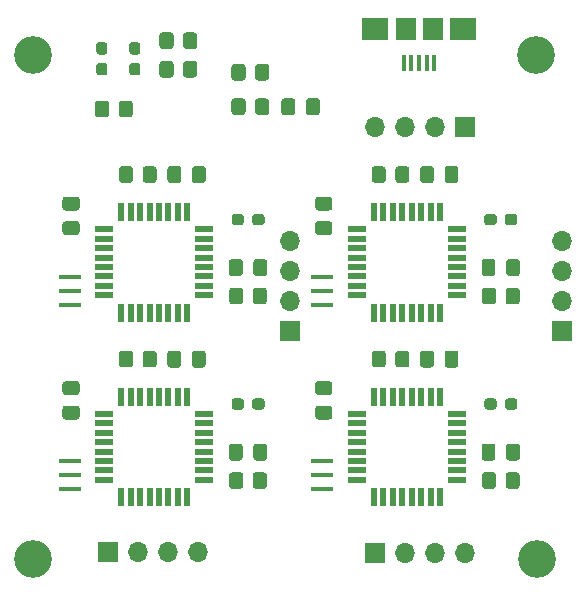
<source format=gbr>
%TF.GenerationSoftware,KiCad,Pcbnew,(5.1.12)-1*%
%TF.CreationDate,2022-03-26T18:35:52+01:00*%
%TF.ProjectId,Duino Coin,4475696e-6f20-4436-9f69-6e2e6b696361,rev?*%
%TF.SameCoordinates,Original*%
%TF.FileFunction,Soldermask,Top*%
%TF.FilePolarity,Negative*%
%FSLAX46Y46*%
G04 Gerber Fmt 4.6, Leading zero omitted, Abs format (unit mm)*
G04 Created by KiCad (PCBNEW (5.1.12)-1) date 2022-03-26 18:35:52*
%MOMM*%
%LPD*%
G01*
G04 APERTURE LIST*
%ADD10O,1.700000X1.700000*%
%ADD11R,1.700000X1.700000*%
%ADD12R,1.800000X1.900000*%
%ADD13R,2.300000X1.900000*%
%ADD14R,0.400000X1.400000*%
%ADD15R,1.500000X0.600000*%
%ADD16R,0.600000X1.500000*%
%ADD17R,1.900000X0.400000*%
%ADD18C,3.200000*%
G04 APERTURE END LIST*
D10*
%TO.C,J2*%
X198450200Y-109423200D03*
X198450200Y-111963200D03*
X198450200Y-114503200D03*
D11*
X198450200Y-117043200D03*
%TD*%
%TO.C,J6*%
X175417480Y-117012720D03*
D10*
X175417480Y-114472720D03*
X175417480Y-111932720D03*
X175417480Y-109392720D03*
%TD*%
%TO.C,J5*%
X167640000Y-135775700D03*
X165100000Y-135775700D03*
X162560000Y-135775700D03*
D11*
X160020000Y-135775700D03*
%TD*%
D10*
%TO.C,J3*%
X190284100Y-135801100D03*
X187744100Y-135801100D03*
X185204100Y-135801100D03*
D11*
X182664100Y-135801100D03*
%TD*%
D12*
%TO.C,J1*%
X185222500Y-91473500D03*
X187522500Y-91473500D03*
D13*
X182622500Y-91473500D03*
X190122500Y-91473500D03*
D14*
X185072500Y-94323500D03*
X185722500Y-94323500D03*
X186372500Y-94323500D03*
X187022500Y-94323500D03*
X187672500Y-94323500D03*
%TD*%
D15*
%TO.C,IC2*%
X181101500Y-124037500D03*
X181101500Y-124837500D03*
X181101500Y-125637500D03*
X181101500Y-126437500D03*
X181101500Y-127237500D03*
X181101500Y-128037500D03*
X181101500Y-128837500D03*
X181101500Y-129637500D03*
D16*
X182551500Y-131087500D03*
X183351500Y-131087500D03*
X184151500Y-131087500D03*
X184951500Y-131087500D03*
X185751500Y-131087500D03*
X186551500Y-131087500D03*
X187351500Y-131087500D03*
X188151500Y-131087500D03*
D15*
X189601500Y-129637500D03*
X189601500Y-128837500D03*
X189601500Y-128037500D03*
X189601500Y-127237500D03*
X189601500Y-126437500D03*
X189601500Y-125637500D03*
X189601500Y-124837500D03*
X189601500Y-124037500D03*
D16*
X188151500Y-122587500D03*
X187351500Y-122587500D03*
X186551500Y-122587500D03*
X185751500Y-122587500D03*
X184951500Y-122587500D03*
X184151500Y-122587500D03*
X183351500Y-122587500D03*
X182551500Y-122587500D03*
%TD*%
D15*
%TO.C,IC1*%
X159702000Y-124037500D03*
X159702000Y-124837500D03*
X159702000Y-125637500D03*
X159702000Y-126437500D03*
X159702000Y-127237500D03*
X159702000Y-128037500D03*
X159702000Y-128837500D03*
X159702000Y-129637500D03*
D16*
X161152000Y-131087500D03*
X161952000Y-131087500D03*
X162752000Y-131087500D03*
X163552000Y-131087500D03*
X164352000Y-131087500D03*
X165152000Y-131087500D03*
X165952000Y-131087500D03*
X166752000Y-131087500D03*
D15*
X168202000Y-129637500D03*
X168202000Y-128837500D03*
X168202000Y-128037500D03*
X168202000Y-127237500D03*
X168202000Y-126437500D03*
X168202000Y-125637500D03*
X168202000Y-124837500D03*
X168202000Y-124037500D03*
D16*
X166752000Y-122587500D03*
X165952000Y-122587500D03*
X165152000Y-122587500D03*
X164352000Y-122587500D03*
X163552000Y-122587500D03*
X162752000Y-122587500D03*
X161952000Y-122587500D03*
X161152000Y-122587500D03*
%TD*%
D15*
%TO.C,IC4*%
X181101500Y-108416500D03*
X181101500Y-109216500D03*
X181101500Y-110016500D03*
X181101500Y-110816500D03*
X181101500Y-111616500D03*
X181101500Y-112416500D03*
X181101500Y-113216500D03*
X181101500Y-114016500D03*
D16*
X182551500Y-115466500D03*
X183351500Y-115466500D03*
X184151500Y-115466500D03*
X184951500Y-115466500D03*
X185751500Y-115466500D03*
X186551500Y-115466500D03*
X187351500Y-115466500D03*
X188151500Y-115466500D03*
D15*
X189601500Y-114016500D03*
X189601500Y-113216500D03*
X189601500Y-112416500D03*
X189601500Y-111616500D03*
X189601500Y-110816500D03*
X189601500Y-110016500D03*
X189601500Y-109216500D03*
X189601500Y-108416500D03*
D16*
X188151500Y-106966500D03*
X187351500Y-106966500D03*
X186551500Y-106966500D03*
X185751500Y-106966500D03*
X184951500Y-106966500D03*
X184151500Y-106966500D03*
X183351500Y-106966500D03*
X182551500Y-106966500D03*
%TD*%
D15*
%TO.C,IC3*%
X159702000Y-108416500D03*
X159702000Y-109216500D03*
X159702000Y-110016500D03*
X159702000Y-110816500D03*
X159702000Y-111616500D03*
X159702000Y-112416500D03*
X159702000Y-113216500D03*
X159702000Y-114016500D03*
D16*
X161152000Y-115466500D03*
X161952000Y-115466500D03*
X162752000Y-115466500D03*
X163552000Y-115466500D03*
X164352000Y-115466500D03*
X165152000Y-115466500D03*
X165952000Y-115466500D03*
X166752000Y-115466500D03*
D15*
X168202000Y-114016500D03*
X168202000Y-113216500D03*
X168202000Y-112416500D03*
X168202000Y-111616500D03*
X168202000Y-110816500D03*
X168202000Y-110016500D03*
X168202000Y-109216500D03*
X168202000Y-108416500D03*
D16*
X166752000Y-106966500D03*
X165952000Y-106966500D03*
X165152000Y-106966500D03*
X164352000Y-106966500D03*
X163552000Y-106966500D03*
X162752000Y-106966500D03*
X161952000Y-106966500D03*
X161152000Y-106966500D03*
%TD*%
D17*
%TO.C,Y4*%
X178176000Y-113629500D03*
X178176000Y-112429500D03*
X178176000Y-114829500D03*
%TD*%
%TO.C,Y3*%
X156776500Y-113629500D03*
X156776500Y-112429500D03*
X156776500Y-114829500D03*
%TD*%
%TO.C,Y2*%
X178176000Y-129250500D03*
X178176000Y-128050500D03*
X178176000Y-130450500D03*
%TD*%
%TO.C,Y1*%
X156776500Y-129250500D03*
X156776500Y-128050500D03*
X156776500Y-130450500D03*
%TD*%
D11*
%TO.C,J4*%
X190296800Y-99771200D03*
D10*
X187756800Y-99771200D03*
X185216800Y-99771200D03*
X182676800Y-99771200D03*
%TD*%
D18*
%TO.C,H4*%
X196278500Y-93662500D03*
%TD*%
%TO.C,H3*%
X153670000Y-93662500D03*
%TD*%
%TO.C,H2*%
X153670000Y-136334500D03*
%TD*%
%TO.C,H1*%
X196342000Y-136334500D03*
%TD*%
%TO.C,R30*%
G36*
G01*
X160928000Y-98684501D02*
X160928000Y-97784499D01*
G75*
G02*
X161177999Y-97534500I249999J0D01*
G01*
X161878001Y-97534500D01*
G75*
G02*
X162128000Y-97784499I0J-249999D01*
G01*
X162128000Y-98684501D01*
G75*
G02*
X161878001Y-98934500I-249999J0D01*
G01*
X161177999Y-98934500D01*
G75*
G02*
X160928000Y-98684501I0J249999D01*
G01*
G37*
G36*
G01*
X158928000Y-98684501D02*
X158928000Y-97784499D01*
G75*
G02*
X159177999Y-97534500I249999J0D01*
G01*
X159878001Y-97534500D01*
G75*
G02*
X160128000Y-97784499I0J-249999D01*
G01*
X160128000Y-98684501D01*
G75*
G02*
X159878001Y-98934500I-249999J0D01*
G01*
X159177999Y-98934500D01*
G75*
G02*
X158928000Y-98684501I0J249999D01*
G01*
G37*
%TD*%
%TO.C,R28*%
G36*
G01*
X166389000Y-92906001D02*
X166389000Y-92005999D01*
G75*
G02*
X166638999Y-91756000I249999J0D01*
G01*
X167339001Y-91756000D01*
G75*
G02*
X167589000Y-92005999I0J-249999D01*
G01*
X167589000Y-92906001D01*
G75*
G02*
X167339001Y-93156000I-249999J0D01*
G01*
X166638999Y-93156000D01*
G75*
G02*
X166389000Y-92906001I0J249999D01*
G01*
G37*
G36*
G01*
X164389000Y-92906001D02*
X164389000Y-92005999D01*
G75*
G02*
X164638999Y-91756000I249999J0D01*
G01*
X165339001Y-91756000D01*
G75*
G02*
X165589000Y-92005999I0J-249999D01*
G01*
X165589000Y-92906001D01*
G75*
G02*
X165339001Y-93156000I-249999J0D01*
G01*
X164638999Y-93156000D01*
G75*
G02*
X164389000Y-92906001I0J249999D01*
G01*
G37*
%TD*%
%TO.C,R27*%
G36*
G01*
X166389000Y-95319001D02*
X166389000Y-94418999D01*
G75*
G02*
X166638999Y-94169000I249999J0D01*
G01*
X167339001Y-94169000D01*
G75*
G02*
X167589000Y-94418999I0J-249999D01*
G01*
X167589000Y-95319001D01*
G75*
G02*
X167339001Y-95569000I-249999J0D01*
G01*
X166638999Y-95569000D01*
G75*
G02*
X166389000Y-95319001I0J249999D01*
G01*
G37*
G36*
G01*
X164389000Y-95319001D02*
X164389000Y-94418999D01*
G75*
G02*
X164638999Y-94169000I249999J0D01*
G01*
X165339001Y-94169000D01*
G75*
G02*
X165589000Y-94418999I0J-249999D01*
G01*
X165589000Y-95319001D01*
G75*
G02*
X165339001Y-95569000I-249999J0D01*
G01*
X164638999Y-95569000D01*
G75*
G02*
X164389000Y-95319001I0J249999D01*
G01*
G37*
%TD*%
%TO.C,R26*%
G36*
G01*
X172485000Y-98494001D02*
X172485000Y-97593999D01*
G75*
G02*
X172734999Y-97344000I249999J0D01*
G01*
X173435001Y-97344000D01*
G75*
G02*
X173685000Y-97593999I0J-249999D01*
G01*
X173685000Y-98494001D01*
G75*
G02*
X173435001Y-98744000I-249999J0D01*
G01*
X172734999Y-98744000D01*
G75*
G02*
X172485000Y-98494001I0J249999D01*
G01*
G37*
G36*
G01*
X170485000Y-98494001D02*
X170485000Y-97593999D01*
G75*
G02*
X170734999Y-97344000I249999J0D01*
G01*
X171435001Y-97344000D01*
G75*
G02*
X171685000Y-97593999I0J-249999D01*
G01*
X171685000Y-98494001D01*
G75*
G02*
X171435001Y-98744000I-249999J0D01*
G01*
X170734999Y-98744000D01*
G75*
G02*
X170485000Y-98494001I0J249999D01*
G01*
G37*
%TD*%
%TO.C,R25*%
G36*
G01*
X171685000Y-94672999D02*
X171685000Y-95573001D01*
G75*
G02*
X171435001Y-95823000I-249999J0D01*
G01*
X170734999Y-95823000D01*
G75*
G02*
X170485000Y-95573001I0J249999D01*
G01*
X170485000Y-94672999D01*
G75*
G02*
X170734999Y-94423000I249999J0D01*
G01*
X171435001Y-94423000D01*
G75*
G02*
X171685000Y-94672999I0J-249999D01*
G01*
G37*
G36*
G01*
X173685000Y-94672999D02*
X173685000Y-95573001D01*
G75*
G02*
X173435001Y-95823000I-249999J0D01*
G01*
X172734999Y-95823000D01*
G75*
G02*
X172485000Y-95573001I0J249999D01*
G01*
X172485000Y-94672999D01*
G75*
G02*
X172734999Y-94423000I249999J0D01*
G01*
X173435001Y-94423000D01*
G75*
G02*
X173685000Y-94672999I0J-249999D01*
G01*
G37*
%TD*%
%TO.C,R24*%
G36*
G01*
X192889000Y-113623999D02*
X192889000Y-114524001D01*
G75*
G02*
X192639001Y-114774000I-249999J0D01*
G01*
X191938999Y-114774000D01*
G75*
G02*
X191689000Y-114524001I0J249999D01*
G01*
X191689000Y-113623999D01*
G75*
G02*
X191938999Y-113374000I249999J0D01*
G01*
X192639001Y-113374000D01*
G75*
G02*
X192889000Y-113623999I0J-249999D01*
G01*
G37*
G36*
G01*
X194889000Y-113623999D02*
X194889000Y-114524001D01*
G75*
G02*
X194639001Y-114774000I-249999J0D01*
G01*
X193938999Y-114774000D01*
G75*
G02*
X193689000Y-114524001I0J249999D01*
G01*
X193689000Y-113623999D01*
G75*
G02*
X193938999Y-113374000I249999J0D01*
G01*
X194639001Y-113374000D01*
G75*
G02*
X194889000Y-113623999I0J-249999D01*
G01*
G37*
%TD*%
%TO.C,R23*%
G36*
G01*
X171489500Y-113623999D02*
X171489500Y-114524001D01*
G75*
G02*
X171239501Y-114774000I-249999J0D01*
G01*
X170539499Y-114774000D01*
G75*
G02*
X170289500Y-114524001I0J249999D01*
G01*
X170289500Y-113623999D01*
G75*
G02*
X170539499Y-113374000I249999J0D01*
G01*
X171239501Y-113374000D01*
G75*
G02*
X171489500Y-113623999I0J-249999D01*
G01*
G37*
G36*
G01*
X173489500Y-113623999D02*
X173489500Y-114524001D01*
G75*
G02*
X173239501Y-114774000I-249999J0D01*
G01*
X172539499Y-114774000D01*
G75*
G02*
X172289500Y-114524001I0J249999D01*
G01*
X172289500Y-113623999D01*
G75*
G02*
X172539499Y-113374000I249999J0D01*
G01*
X173239501Y-113374000D01*
G75*
G02*
X173489500Y-113623999I0J-249999D01*
G01*
G37*
%TD*%
%TO.C,R22*%
G36*
G01*
X192889000Y-129244999D02*
X192889000Y-130145001D01*
G75*
G02*
X192639001Y-130395000I-249999J0D01*
G01*
X191938999Y-130395000D01*
G75*
G02*
X191689000Y-130145001I0J249999D01*
G01*
X191689000Y-129244999D01*
G75*
G02*
X191938999Y-128995000I249999J0D01*
G01*
X192639001Y-128995000D01*
G75*
G02*
X192889000Y-129244999I0J-249999D01*
G01*
G37*
G36*
G01*
X194889000Y-129244999D02*
X194889000Y-130145001D01*
G75*
G02*
X194639001Y-130395000I-249999J0D01*
G01*
X193938999Y-130395000D01*
G75*
G02*
X193689000Y-130145001I0J249999D01*
G01*
X193689000Y-129244999D01*
G75*
G02*
X193938999Y-128995000I249999J0D01*
G01*
X194639001Y-128995000D01*
G75*
G02*
X194889000Y-129244999I0J-249999D01*
G01*
G37*
%TD*%
%TO.C,R21*%
G36*
G01*
X171489500Y-129244999D02*
X171489500Y-130145001D01*
G75*
G02*
X171239501Y-130395000I-249999J0D01*
G01*
X170539499Y-130395000D01*
G75*
G02*
X170289500Y-130145001I0J249999D01*
G01*
X170289500Y-129244999D01*
G75*
G02*
X170539499Y-128995000I249999J0D01*
G01*
X171239501Y-128995000D01*
G75*
G02*
X171489500Y-129244999I0J-249999D01*
G01*
G37*
G36*
G01*
X173489500Y-129244999D02*
X173489500Y-130145001D01*
G75*
G02*
X173239501Y-130395000I-249999J0D01*
G01*
X172539499Y-130395000D01*
G75*
G02*
X172289500Y-130145001I0J249999D01*
G01*
X172289500Y-129244999D01*
G75*
G02*
X172539499Y-128995000I249999J0D01*
G01*
X173239501Y-128995000D01*
G75*
G02*
X173489500Y-129244999I0J-249999D01*
G01*
G37*
%TD*%
%TO.C,R20*%
G36*
G01*
X182354500Y-104237001D02*
X182354500Y-103336999D01*
G75*
G02*
X182604499Y-103087000I249999J0D01*
G01*
X183304501Y-103087000D01*
G75*
G02*
X183554500Y-103336999I0J-249999D01*
G01*
X183554500Y-104237001D01*
G75*
G02*
X183304501Y-104487000I-249999J0D01*
G01*
X182604499Y-104487000D01*
G75*
G02*
X182354500Y-104237001I0J249999D01*
G01*
G37*
G36*
G01*
X184354500Y-104237001D02*
X184354500Y-103336999D01*
G75*
G02*
X184604499Y-103087000I249999J0D01*
G01*
X185304501Y-103087000D01*
G75*
G02*
X185554500Y-103336999I0J-249999D01*
G01*
X185554500Y-104237001D01*
G75*
G02*
X185304501Y-104487000I-249999J0D01*
G01*
X184604499Y-104487000D01*
G75*
G02*
X184354500Y-104237001I0J249999D01*
G01*
G37*
%TD*%
%TO.C,R19*%
G36*
G01*
X160955000Y-104237001D02*
X160955000Y-103336999D01*
G75*
G02*
X161204999Y-103087000I249999J0D01*
G01*
X161905001Y-103087000D01*
G75*
G02*
X162155000Y-103336999I0J-249999D01*
G01*
X162155000Y-104237001D01*
G75*
G02*
X161905001Y-104487000I-249999J0D01*
G01*
X161204999Y-104487000D01*
G75*
G02*
X160955000Y-104237001I0J249999D01*
G01*
G37*
G36*
G01*
X162955000Y-104237001D02*
X162955000Y-103336999D01*
G75*
G02*
X163204999Y-103087000I249999J0D01*
G01*
X163905001Y-103087000D01*
G75*
G02*
X164155000Y-103336999I0J-249999D01*
G01*
X164155000Y-104237001D01*
G75*
G02*
X163905001Y-104487000I-249999J0D01*
G01*
X163204999Y-104487000D01*
G75*
G02*
X162955000Y-104237001I0J249999D01*
G01*
G37*
%TD*%
%TO.C,R18*%
G36*
G01*
X182354500Y-119858001D02*
X182354500Y-118957999D01*
G75*
G02*
X182604499Y-118708000I249999J0D01*
G01*
X183304501Y-118708000D01*
G75*
G02*
X183554500Y-118957999I0J-249999D01*
G01*
X183554500Y-119858001D01*
G75*
G02*
X183304501Y-120108000I-249999J0D01*
G01*
X182604499Y-120108000D01*
G75*
G02*
X182354500Y-119858001I0J249999D01*
G01*
G37*
G36*
G01*
X184354500Y-119858001D02*
X184354500Y-118957999D01*
G75*
G02*
X184604499Y-118708000I249999J0D01*
G01*
X185304501Y-118708000D01*
G75*
G02*
X185554500Y-118957999I0J-249999D01*
G01*
X185554500Y-119858001D01*
G75*
G02*
X185304501Y-120108000I-249999J0D01*
G01*
X184604499Y-120108000D01*
G75*
G02*
X184354500Y-119858001I0J249999D01*
G01*
G37*
%TD*%
%TO.C,R17*%
G36*
G01*
X160955000Y-119858001D02*
X160955000Y-118957999D01*
G75*
G02*
X161204999Y-118708000I249999J0D01*
G01*
X161905001Y-118708000D01*
G75*
G02*
X162155000Y-118957999I0J-249999D01*
G01*
X162155000Y-119858001D01*
G75*
G02*
X161905001Y-120108000I-249999J0D01*
G01*
X161204999Y-120108000D01*
G75*
G02*
X160955000Y-119858001I0J249999D01*
G01*
G37*
G36*
G01*
X162955000Y-119858001D02*
X162955000Y-118957999D01*
G75*
G02*
X163204999Y-118708000I249999J0D01*
G01*
X163905001Y-118708000D01*
G75*
G02*
X164155000Y-118957999I0J-249999D01*
G01*
X164155000Y-119858001D01*
G75*
G02*
X163905001Y-120108000I-249999J0D01*
G01*
X163204999Y-120108000D01*
G75*
G02*
X162955000Y-119858001I0J249999D01*
G01*
G37*
%TD*%
%TO.C,D17*%
G36*
G01*
X159749500Y-93630000D02*
X159274500Y-93630000D01*
G75*
G02*
X159037000Y-93392500I0J237500D01*
G01*
X159037000Y-92817500D01*
G75*
G02*
X159274500Y-92580000I237500J0D01*
G01*
X159749500Y-92580000D01*
G75*
G02*
X159987000Y-92817500I0J-237500D01*
G01*
X159987000Y-93392500D01*
G75*
G02*
X159749500Y-93630000I-237500J0D01*
G01*
G37*
G36*
G01*
X159749500Y-95380000D02*
X159274500Y-95380000D01*
G75*
G02*
X159037000Y-95142500I0J237500D01*
G01*
X159037000Y-94567500D01*
G75*
G02*
X159274500Y-94330000I237500J0D01*
G01*
X159749500Y-94330000D01*
G75*
G02*
X159987000Y-94567500I0J-237500D01*
G01*
X159987000Y-95142500D01*
G75*
G02*
X159749500Y-95380000I-237500J0D01*
G01*
G37*
%TD*%
%TO.C,D13*%
G36*
G01*
X162543500Y-93630000D02*
X162068500Y-93630000D01*
G75*
G02*
X161831000Y-93392500I0J237500D01*
G01*
X161831000Y-92817500D01*
G75*
G02*
X162068500Y-92580000I237500J0D01*
G01*
X162543500Y-92580000D01*
G75*
G02*
X162781000Y-92817500I0J-237500D01*
G01*
X162781000Y-93392500D01*
G75*
G02*
X162543500Y-93630000I-237500J0D01*
G01*
G37*
G36*
G01*
X162543500Y-95380000D02*
X162068500Y-95380000D01*
G75*
G02*
X161831000Y-95142500I0J237500D01*
G01*
X161831000Y-94567500D01*
G75*
G02*
X162068500Y-94330000I237500J0D01*
G01*
X162543500Y-94330000D01*
G75*
G02*
X162781000Y-94567500I0J-237500D01*
G01*
X162781000Y-95142500D01*
G75*
G02*
X162543500Y-95380000I-237500J0D01*
G01*
G37*
%TD*%
%TO.C,D12*%
G36*
G01*
X192939000Y-107359500D02*
X192939000Y-107834500D01*
G75*
G02*
X192701500Y-108072000I-237500J0D01*
G01*
X192126500Y-108072000D01*
G75*
G02*
X191889000Y-107834500I0J237500D01*
G01*
X191889000Y-107359500D01*
G75*
G02*
X192126500Y-107122000I237500J0D01*
G01*
X192701500Y-107122000D01*
G75*
G02*
X192939000Y-107359500I0J-237500D01*
G01*
G37*
G36*
G01*
X194689000Y-107359500D02*
X194689000Y-107834500D01*
G75*
G02*
X194451500Y-108072000I-237500J0D01*
G01*
X193876500Y-108072000D01*
G75*
G02*
X193639000Y-107834500I0J237500D01*
G01*
X193639000Y-107359500D01*
G75*
G02*
X193876500Y-107122000I237500J0D01*
G01*
X194451500Y-107122000D01*
G75*
G02*
X194689000Y-107359500I0J-237500D01*
G01*
G37*
%TD*%
%TO.C,D11*%
G36*
G01*
X171539500Y-107359500D02*
X171539500Y-107834500D01*
G75*
G02*
X171302000Y-108072000I-237500J0D01*
G01*
X170727000Y-108072000D01*
G75*
G02*
X170489500Y-107834500I0J237500D01*
G01*
X170489500Y-107359500D01*
G75*
G02*
X170727000Y-107122000I237500J0D01*
G01*
X171302000Y-107122000D01*
G75*
G02*
X171539500Y-107359500I0J-237500D01*
G01*
G37*
G36*
G01*
X173289500Y-107359500D02*
X173289500Y-107834500D01*
G75*
G02*
X173052000Y-108072000I-237500J0D01*
G01*
X172477000Y-108072000D01*
G75*
G02*
X172239500Y-107834500I0J237500D01*
G01*
X172239500Y-107359500D01*
G75*
G02*
X172477000Y-107122000I237500J0D01*
G01*
X173052000Y-107122000D01*
G75*
G02*
X173289500Y-107359500I0J-237500D01*
G01*
G37*
%TD*%
%TO.C,D10*%
G36*
G01*
X192939000Y-122980500D02*
X192939000Y-123455500D01*
G75*
G02*
X192701500Y-123693000I-237500J0D01*
G01*
X192126500Y-123693000D01*
G75*
G02*
X191889000Y-123455500I0J237500D01*
G01*
X191889000Y-122980500D01*
G75*
G02*
X192126500Y-122743000I237500J0D01*
G01*
X192701500Y-122743000D01*
G75*
G02*
X192939000Y-122980500I0J-237500D01*
G01*
G37*
G36*
G01*
X194689000Y-122980500D02*
X194689000Y-123455500D01*
G75*
G02*
X194451500Y-123693000I-237500J0D01*
G01*
X193876500Y-123693000D01*
G75*
G02*
X193639000Y-123455500I0J237500D01*
G01*
X193639000Y-122980500D01*
G75*
G02*
X193876500Y-122743000I237500J0D01*
G01*
X194451500Y-122743000D01*
G75*
G02*
X194689000Y-122980500I0J-237500D01*
G01*
G37*
%TD*%
%TO.C,D9*%
G36*
G01*
X171539500Y-122980500D02*
X171539500Y-123455500D01*
G75*
G02*
X171302000Y-123693000I-237500J0D01*
G01*
X170727000Y-123693000D01*
G75*
G02*
X170489500Y-123455500I0J237500D01*
G01*
X170489500Y-122980500D01*
G75*
G02*
X170727000Y-122743000I237500J0D01*
G01*
X171302000Y-122743000D01*
G75*
G02*
X171539500Y-122980500I0J-237500D01*
G01*
G37*
G36*
G01*
X173289500Y-122980500D02*
X173289500Y-123455500D01*
G75*
G02*
X173052000Y-123693000I-237500J0D01*
G01*
X172477000Y-123693000D01*
G75*
G02*
X172239500Y-123455500I0J237500D01*
G01*
X172239500Y-122980500D01*
G75*
G02*
X172477000Y-122743000I237500J0D01*
G01*
X173052000Y-122743000D01*
G75*
G02*
X173289500Y-122980500I0J-237500D01*
G01*
G37*
%TD*%
%TO.C,C19*%
G36*
G01*
X175889500Y-97569000D02*
X175889500Y-98519000D01*
G75*
G02*
X175639500Y-98769000I-250000J0D01*
G01*
X174964500Y-98769000D01*
G75*
G02*
X174714500Y-98519000I0J250000D01*
G01*
X174714500Y-97569000D01*
G75*
G02*
X174964500Y-97319000I250000J0D01*
G01*
X175639500Y-97319000D01*
G75*
G02*
X175889500Y-97569000I0J-250000D01*
G01*
G37*
G36*
G01*
X177964500Y-97569000D02*
X177964500Y-98519000D01*
G75*
G02*
X177714500Y-98769000I-250000J0D01*
G01*
X177039500Y-98769000D01*
G75*
G02*
X176789500Y-98519000I0J250000D01*
G01*
X176789500Y-97569000D01*
G75*
G02*
X177039500Y-97319000I250000J0D01*
G01*
X177714500Y-97319000D01*
G75*
G02*
X177964500Y-97569000I0J-250000D01*
G01*
G37*
%TD*%
%TO.C,C17*%
G36*
G01*
X193739000Y-112136000D02*
X193739000Y-111186000D01*
G75*
G02*
X193989000Y-110936000I250000J0D01*
G01*
X194664000Y-110936000D01*
G75*
G02*
X194914000Y-111186000I0J-250000D01*
G01*
X194914000Y-112136000D01*
G75*
G02*
X194664000Y-112386000I-250000J0D01*
G01*
X193989000Y-112386000D01*
G75*
G02*
X193739000Y-112136000I0J250000D01*
G01*
G37*
G36*
G01*
X191664000Y-112136000D02*
X191664000Y-111186000D01*
G75*
G02*
X191914000Y-110936000I250000J0D01*
G01*
X192589000Y-110936000D01*
G75*
G02*
X192839000Y-111186000I0J-250000D01*
G01*
X192839000Y-112136000D01*
G75*
G02*
X192589000Y-112386000I-250000J0D01*
G01*
X191914000Y-112386000D01*
G75*
G02*
X191664000Y-112136000I0J250000D01*
G01*
G37*
%TD*%
%TO.C,C16*%
G36*
G01*
X172339500Y-112136000D02*
X172339500Y-111186000D01*
G75*
G02*
X172589500Y-110936000I250000J0D01*
G01*
X173264500Y-110936000D01*
G75*
G02*
X173514500Y-111186000I0J-250000D01*
G01*
X173514500Y-112136000D01*
G75*
G02*
X173264500Y-112386000I-250000J0D01*
G01*
X172589500Y-112386000D01*
G75*
G02*
X172339500Y-112136000I0J250000D01*
G01*
G37*
G36*
G01*
X170264500Y-112136000D02*
X170264500Y-111186000D01*
G75*
G02*
X170514500Y-110936000I250000J0D01*
G01*
X171189500Y-110936000D01*
G75*
G02*
X171439500Y-111186000I0J-250000D01*
G01*
X171439500Y-112136000D01*
G75*
G02*
X171189500Y-112386000I-250000J0D01*
G01*
X170514500Y-112386000D01*
G75*
G02*
X170264500Y-112136000I0J250000D01*
G01*
G37*
%TD*%
%TO.C,C15*%
G36*
G01*
X193739000Y-127757000D02*
X193739000Y-126807000D01*
G75*
G02*
X193989000Y-126557000I250000J0D01*
G01*
X194664000Y-126557000D01*
G75*
G02*
X194914000Y-126807000I0J-250000D01*
G01*
X194914000Y-127757000D01*
G75*
G02*
X194664000Y-128007000I-250000J0D01*
G01*
X193989000Y-128007000D01*
G75*
G02*
X193739000Y-127757000I0J250000D01*
G01*
G37*
G36*
G01*
X191664000Y-127757000D02*
X191664000Y-126807000D01*
G75*
G02*
X191914000Y-126557000I250000J0D01*
G01*
X192589000Y-126557000D01*
G75*
G02*
X192839000Y-126807000I0J-250000D01*
G01*
X192839000Y-127757000D01*
G75*
G02*
X192589000Y-128007000I-250000J0D01*
G01*
X191914000Y-128007000D01*
G75*
G02*
X191664000Y-127757000I0J250000D01*
G01*
G37*
%TD*%
%TO.C,C14*%
G36*
G01*
X172339500Y-127757000D02*
X172339500Y-126807000D01*
G75*
G02*
X172589500Y-126557000I250000J0D01*
G01*
X173264500Y-126557000D01*
G75*
G02*
X173514500Y-126807000I0J-250000D01*
G01*
X173514500Y-127757000D01*
G75*
G02*
X173264500Y-128007000I-250000J0D01*
G01*
X172589500Y-128007000D01*
G75*
G02*
X172339500Y-127757000I0J250000D01*
G01*
G37*
G36*
G01*
X170264500Y-127757000D02*
X170264500Y-126807000D01*
G75*
G02*
X170514500Y-126557000I250000J0D01*
G01*
X171189500Y-126557000D01*
G75*
G02*
X171439500Y-126807000I0J-250000D01*
G01*
X171439500Y-127757000D01*
G75*
G02*
X171189500Y-128007000I-250000J0D01*
G01*
X170514500Y-128007000D01*
G75*
G02*
X170264500Y-127757000I0J250000D01*
G01*
G37*
%TD*%
%TO.C,C13*%
G36*
G01*
X178778000Y-106829500D02*
X177828000Y-106829500D01*
G75*
G02*
X177578000Y-106579500I0J250000D01*
G01*
X177578000Y-105904500D01*
G75*
G02*
X177828000Y-105654500I250000J0D01*
G01*
X178778000Y-105654500D01*
G75*
G02*
X179028000Y-105904500I0J-250000D01*
G01*
X179028000Y-106579500D01*
G75*
G02*
X178778000Y-106829500I-250000J0D01*
G01*
G37*
G36*
G01*
X178778000Y-108904500D02*
X177828000Y-108904500D01*
G75*
G02*
X177578000Y-108654500I0J250000D01*
G01*
X177578000Y-107979500D01*
G75*
G02*
X177828000Y-107729500I250000J0D01*
G01*
X178778000Y-107729500D01*
G75*
G02*
X179028000Y-107979500I0J-250000D01*
G01*
X179028000Y-108654500D01*
G75*
G02*
X178778000Y-108904500I-250000J0D01*
G01*
G37*
%TD*%
%TO.C,C12*%
G36*
G01*
X157378500Y-106829500D02*
X156428500Y-106829500D01*
G75*
G02*
X156178500Y-106579500I0J250000D01*
G01*
X156178500Y-105904500D01*
G75*
G02*
X156428500Y-105654500I250000J0D01*
G01*
X157378500Y-105654500D01*
G75*
G02*
X157628500Y-105904500I0J-250000D01*
G01*
X157628500Y-106579500D01*
G75*
G02*
X157378500Y-106829500I-250000J0D01*
G01*
G37*
G36*
G01*
X157378500Y-108904500D02*
X156428500Y-108904500D01*
G75*
G02*
X156178500Y-108654500I0J250000D01*
G01*
X156178500Y-107979500D01*
G75*
G02*
X156428500Y-107729500I250000J0D01*
G01*
X157378500Y-107729500D01*
G75*
G02*
X157628500Y-107979500I0J-250000D01*
G01*
X157628500Y-108654500D01*
G75*
G02*
X157378500Y-108904500I-250000J0D01*
G01*
G37*
%TD*%
%TO.C,C11*%
G36*
G01*
X178778000Y-122450500D02*
X177828000Y-122450500D01*
G75*
G02*
X177578000Y-122200500I0J250000D01*
G01*
X177578000Y-121525500D01*
G75*
G02*
X177828000Y-121275500I250000J0D01*
G01*
X178778000Y-121275500D01*
G75*
G02*
X179028000Y-121525500I0J-250000D01*
G01*
X179028000Y-122200500D01*
G75*
G02*
X178778000Y-122450500I-250000J0D01*
G01*
G37*
G36*
G01*
X178778000Y-124525500D02*
X177828000Y-124525500D01*
G75*
G02*
X177578000Y-124275500I0J250000D01*
G01*
X177578000Y-123600500D01*
G75*
G02*
X177828000Y-123350500I250000J0D01*
G01*
X178778000Y-123350500D01*
G75*
G02*
X179028000Y-123600500I0J-250000D01*
G01*
X179028000Y-124275500D01*
G75*
G02*
X178778000Y-124525500I-250000J0D01*
G01*
G37*
%TD*%
%TO.C,C10*%
G36*
G01*
X157378500Y-122450500D02*
X156428500Y-122450500D01*
G75*
G02*
X156178500Y-122200500I0J250000D01*
G01*
X156178500Y-121525500D01*
G75*
G02*
X156428500Y-121275500I250000J0D01*
G01*
X157378500Y-121275500D01*
G75*
G02*
X157628500Y-121525500I0J-250000D01*
G01*
X157628500Y-122200500D01*
G75*
G02*
X157378500Y-122450500I-250000J0D01*
G01*
G37*
G36*
G01*
X157378500Y-124525500D02*
X156428500Y-124525500D01*
G75*
G02*
X156178500Y-124275500I0J250000D01*
G01*
X156178500Y-123600500D01*
G75*
G02*
X156428500Y-123350500I250000J0D01*
G01*
X157378500Y-123350500D01*
G75*
G02*
X157628500Y-123600500I0J-250000D01*
G01*
X157628500Y-124275500D01*
G75*
G02*
X157378500Y-124525500I-250000J0D01*
G01*
G37*
%TD*%
%TO.C,C9*%
G36*
G01*
X189707000Y-103312000D02*
X189707000Y-104262000D01*
G75*
G02*
X189457000Y-104512000I-250000J0D01*
G01*
X188782000Y-104512000D01*
G75*
G02*
X188532000Y-104262000I0J250000D01*
G01*
X188532000Y-103312000D01*
G75*
G02*
X188782000Y-103062000I250000J0D01*
G01*
X189457000Y-103062000D01*
G75*
G02*
X189707000Y-103312000I0J-250000D01*
G01*
G37*
G36*
G01*
X187632000Y-103312000D02*
X187632000Y-104262000D01*
G75*
G02*
X187382000Y-104512000I-250000J0D01*
G01*
X186707000Y-104512000D01*
G75*
G02*
X186457000Y-104262000I0J250000D01*
G01*
X186457000Y-103312000D01*
G75*
G02*
X186707000Y-103062000I250000J0D01*
G01*
X187382000Y-103062000D01*
G75*
G02*
X187632000Y-103312000I0J-250000D01*
G01*
G37*
%TD*%
%TO.C,C8*%
G36*
G01*
X168312500Y-103312000D02*
X168312500Y-104262000D01*
G75*
G02*
X168062500Y-104512000I-250000J0D01*
G01*
X167387500Y-104512000D01*
G75*
G02*
X167137500Y-104262000I0J250000D01*
G01*
X167137500Y-103312000D01*
G75*
G02*
X167387500Y-103062000I250000J0D01*
G01*
X168062500Y-103062000D01*
G75*
G02*
X168312500Y-103312000I0J-250000D01*
G01*
G37*
G36*
G01*
X166237500Y-103312000D02*
X166237500Y-104262000D01*
G75*
G02*
X165987500Y-104512000I-250000J0D01*
G01*
X165312500Y-104512000D01*
G75*
G02*
X165062500Y-104262000I0J250000D01*
G01*
X165062500Y-103312000D01*
G75*
G02*
X165312500Y-103062000I250000J0D01*
G01*
X165987500Y-103062000D01*
G75*
G02*
X166237500Y-103312000I0J-250000D01*
G01*
G37*
%TD*%
%TO.C,C7*%
G36*
G01*
X189707000Y-118933000D02*
X189707000Y-119883000D01*
G75*
G02*
X189457000Y-120133000I-250000J0D01*
G01*
X188782000Y-120133000D01*
G75*
G02*
X188532000Y-119883000I0J250000D01*
G01*
X188532000Y-118933000D01*
G75*
G02*
X188782000Y-118683000I250000J0D01*
G01*
X189457000Y-118683000D01*
G75*
G02*
X189707000Y-118933000I0J-250000D01*
G01*
G37*
G36*
G01*
X187632000Y-118933000D02*
X187632000Y-119883000D01*
G75*
G02*
X187382000Y-120133000I-250000J0D01*
G01*
X186707000Y-120133000D01*
G75*
G02*
X186457000Y-119883000I0J250000D01*
G01*
X186457000Y-118933000D01*
G75*
G02*
X186707000Y-118683000I250000J0D01*
G01*
X187382000Y-118683000D01*
G75*
G02*
X187632000Y-118933000I0J-250000D01*
G01*
G37*
%TD*%
%TO.C,C6*%
G36*
G01*
X168307500Y-118933000D02*
X168307500Y-119883000D01*
G75*
G02*
X168057500Y-120133000I-250000J0D01*
G01*
X167382500Y-120133000D01*
G75*
G02*
X167132500Y-119883000I0J250000D01*
G01*
X167132500Y-118933000D01*
G75*
G02*
X167382500Y-118683000I250000J0D01*
G01*
X168057500Y-118683000D01*
G75*
G02*
X168307500Y-118933000I0J-250000D01*
G01*
G37*
G36*
G01*
X166232500Y-118933000D02*
X166232500Y-119883000D01*
G75*
G02*
X165982500Y-120133000I-250000J0D01*
G01*
X165307500Y-120133000D01*
G75*
G02*
X165057500Y-119883000I0J250000D01*
G01*
X165057500Y-118933000D01*
G75*
G02*
X165307500Y-118683000I250000J0D01*
G01*
X165982500Y-118683000D01*
G75*
G02*
X166232500Y-118933000I0J-250000D01*
G01*
G37*
%TD*%
M02*

</source>
